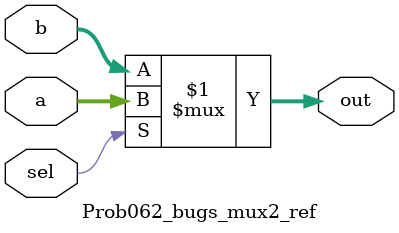
<source format=sv>

module Prob062_bugs_mux2_ref (
  input sel,
  input [7:0] a,
  input [7:0] b,
  output reg [7:0] out
);

  // assign out = (~sel & a) | (sel & b);
  assign out = sel ? a : b;

endmodule


</source>
